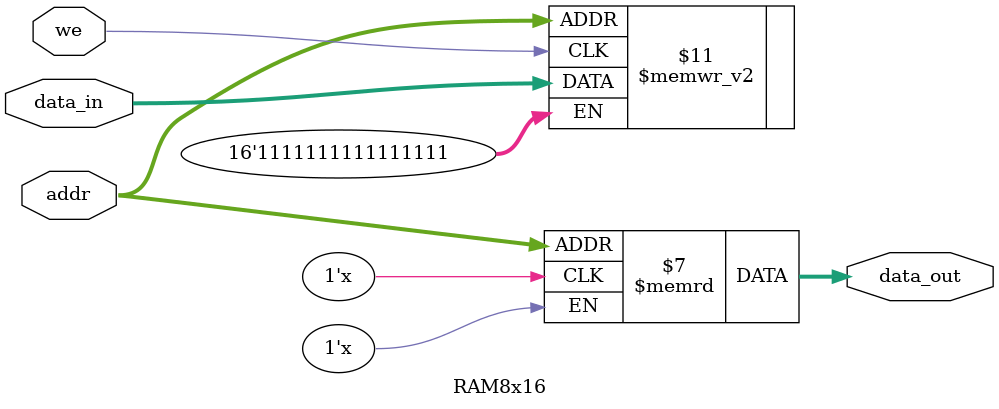
<source format=v>
module RAM8x16 (
    input wire [2:0] addr,        // Seleção do endereço (3 bits)
    input wire [15:0] data_in,    // Dados de entrada (16 bits)
    input wire we,                // Write Enable
    output reg [15:0] data_out      // Dados de saída (16 bits)
);
    reg [15:0] RAM[7:0]; // 8 endereços de 16 bits

    always @(posedge we) begin
        // Escreve os dados nos endereços selecionados
        RAM[addr] <= data_in; 
    end

    always @(addr) begin
        // Lê os dados do endereço selecionado
        data_out = RAM[addr]; 
    end
endmodule

</source>
